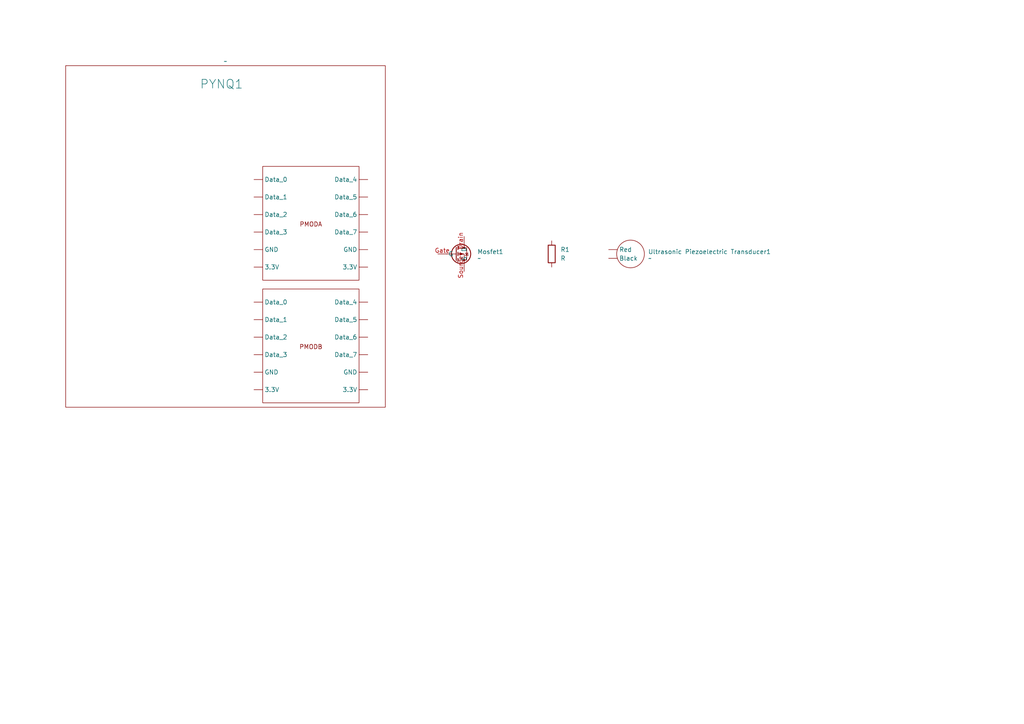
<source format=kicad_sch>
(kicad_sch (version 20231120) (generator "eeschema") (generator_version "8.0")
  (paper "A4")
  (lib_symbols
    (symbol "CapstoneSymbols:Mosfet"
      (property "Reference" "Mosfet" (at 0 0 0))
      (symbol "Mosfet_0_1"
        (polyline (pts (xy 4.064 -3.81) (xy 1.27 -3.81)))
        (polyline (pts (xy 4.064 -1.905) (xy 4.064 -5.715)) (stroke (width 0.254)))
        (polyline (pts (xy 4.572 -5.08) (xy 4.572 -6.096)) (stroke (width 0.254)))
        (polyline (pts (xy 4.572 -3.302) (xy 4.572 -4.318)) (stroke (width 0.254)))
        (polyline (pts (xy 4.572 -1.524) (xy 4.572 -2.54)) (stroke (width 0.254)))
        (polyline (pts (xy 6.35 -1.27) (xy 6.35 -2.032)))
        (polyline (pts (xy 6.35 -6.35) (xy 6.35 -3.81) (xy 4.572 -3.81)))
        (polyline (pts (xy 4.572 -2.032) (xy 7.112 -2.032) (xy 7.112 -5.588) (xy 4.572 -5.588)))
        (polyline (pts (xy 6.096 -3.81) (xy 5.08 -3.429) (xy 5.08 -4.191) (xy 6.096 -3.81)) (fill (type outline)))
        (polyline (pts (xy 6.604 -4.318) (xy 6.731 -4.191) (xy 7.493 -4.191) (xy 7.62 -4.064)))
        (polyline (pts (xy 7.112 -4.191) (xy 6.731 -3.556) (xy 7.493 -3.556) (xy 7.112 -4.191)))
        (circle (center 5.461 -3.81) (radius 2.794) (stroke (width 0.254)))
        (circle (center 6.35 -5.588) (radius 0.254) (fill (type outline)))
        (circle (center 6.35 -2.032) (radius 0.254) (fill (type outline)))
      )
      (symbol "Mosfet_1_1"
        (pin passive line (at 6.35 1.27 270) (length 2.54) (name "D") (number "Drain"))
        (pin input line (at -1.27 -3.81 0) (length 2.54) (name "G") (number "Gate"))
        (pin passive line (at 6.35 -8.89 90) (length 2.54) (name "S") (number "Source"))
      )
    )
    (symbol "CapstoneSymbols:PYNQ-Z2"
      (property "Reference" "PYNQ" (at 0.508 45.72 0))
      (symbol "PYNQ-Z2_0_1"
        (rectangle (start -45.72 49.53) (end 46.99 -49.53))
        (rectangle (start 11.43 -15.24) (end 39.37 -48.26))
        (rectangle (start 11.43 20.32) (end 39.37 -12.7))
      )
      (symbol "PYNQ-Z2_1_1"
        (text "PMODA" (at 25.4 3.556 0) (effects (font (size 1.27 1.27))))
        (text "PMODB" (at 25.4 -32.004 0) (effects (font (size 1.27 1.27))))
        (pin input line (at 8.89 -44.45 0) (length 2.54) (name "3.3V") (number ""))
        (pin input line (at 8.89 -8.89 0) (length 2.54) (name "3.3V") (number ""))
        (pin input line (at 41.91 -44.45 180) (length 2.54) (name "3.3V") (number ""))
        (pin input line (at 41.91 -8.89 180) (length 2.54) (name "3.3V") (number ""))
        (pin input line (at 8.89 -19.05 0) (length 2.54) (name "Data_0") (number ""))
        (pin input line (at 8.89 16.51 0) (length 2.54) (name "Data_0") (number ""))
        (pin input line (at 8.89 -24.13 0) (length 2.54) (name "Data_1") (number ""))
        (pin input line (at 8.89 11.43 0) (length 2.54) (name "Data_1") (number ""))
        (pin input line (at 8.89 -29.21 0) (length 2.54) (name "Data_2") (number ""))
        (pin input line (at 8.89 6.35 0) (length 2.54) (name "Data_2") (number ""))
        (pin input line (at 8.89 -34.29 0) (length 2.54) (name "Data_3") (number ""))
        (pin input line (at 8.89 1.27 0) (length 2.54) (name "Data_3") (number ""))
        (pin input line (at 41.91 -19.05 180) (length 2.54) (name "Data_4") (number ""))
        (pin input line (at 41.91 16.51 180) (length 2.54) (name "Data_4") (number ""))
        (pin input line (at 41.91 -24.13 180) (length 2.54) (name "Data_5") (number ""))
        (pin input line (at 41.91 11.43 180) (length 2.54) (name "Data_5") (number ""))
        (pin input line (at 41.91 -29.21 180) (length 2.54) (name "Data_6") (number ""))
        (pin input line (at 41.91 6.35 180) (length 2.54) (name "Data_6") (number ""))
        (pin input line (at 41.91 -34.29 180) (length 2.54) (name "Data_7") (number ""))
        (pin input line (at 41.91 1.27 180) (length 2.54) (name "Data_7") (number ""))
        (pin input line (at 8.89 -39.37 0) (length 2.54) (name "GND") (number ""))
        (pin input line (at 8.89 -3.81 0) (length 2.54) (name "GND") (number ""))
        (pin input line (at 41.91 -39.37 180) (length 2.54) (name "GND") (number ""))
        (pin input line (at 41.91 -3.81 180) (length 2.54) (name "GND") (number ""))
      )
    )
    (symbol "CapstoneSymbols:Ultrasonic_Piezoelectric_Transducer"
      (property "Reference" "Ultrasonic Piezoelectric Transducer" (at 0 0 0))
      (symbol "Ultrasonic_Piezoelectric_Transducer_1_1"
        (circle (center 0 -5.08) (radius 4.0161))
        (pin input line (at -6.35 -6.35 0) (length 2.54) (name "Black") (number ""))
        (pin input line (at -6.35 -3.81 0) (length 2.54) (name "Red") (number ""))
      )
    )
    (symbol "Device:R" (pin_numbers hide) (pin_names (offset 0))
      (property "Reference" "R" (at 2.032 0 90))
      (property "Value" "R" (at 0 0 90))
      (symbol "R_0_1"
        (rectangle (start -1.016 -2.54) (end 1.016 2.54) (stroke (width 0.254)))
      )
      (symbol "R_1_1"
        (pin passive line (at 0 3.81 270) (length 1.27) (name "~") (number "1"))
        (pin passive line (at 0 -3.81 90) (length 1.27) (name "~") (number "2"))
      )
    )
  )
  (symbol (lib_id "CapstoneSymbols:PYNQ-Z2") (at 64.77 68.58 0) (unit 1)
    (property "Reference" "PYNQ1" (at 64.262 24.384 0) (effects (font (size 2.54 2.54))))
    (property "Value" "~" (at 65.405 17.78 0))
  )
  (symbol (lib_id "Device:R") (at 160.02 73.66 0) (unit 1)
    (property "Reference" "R1" (at 162.56 72.3899 0) (effects (justify left)))
    (property "Value" "R" (at 162.56 74.9299 0) (effects (justify left)))
    (property "Description" "Resistor" (effects (hide yes)))
  )
  (symbol (lib_id "CapstoneSymbols:Ultrasonic_Piezoelectric_Transducer") (at 182.88 68.58 0) (unit 1)
    (property "Reference" "Ultrasonic Piezoelectric Transducer1" (at 187.96 73.0249 0) (effects (justify left)))
    (property "Value" "~" (at 187.96 74.93 0) (effects (justify left)))
  )
  (symbol (lib_id "CapstoneSymbols:Mosfet") (at 128.27 69.85 0) (unit 1)
    (property "Reference" "Mosfet1" (at 138.43 73.0249 0) (effects (justify left)))
    (property "Value" "~" (at 138.43 74.93 0) (effects (justify left)))
  )
)
</source>
